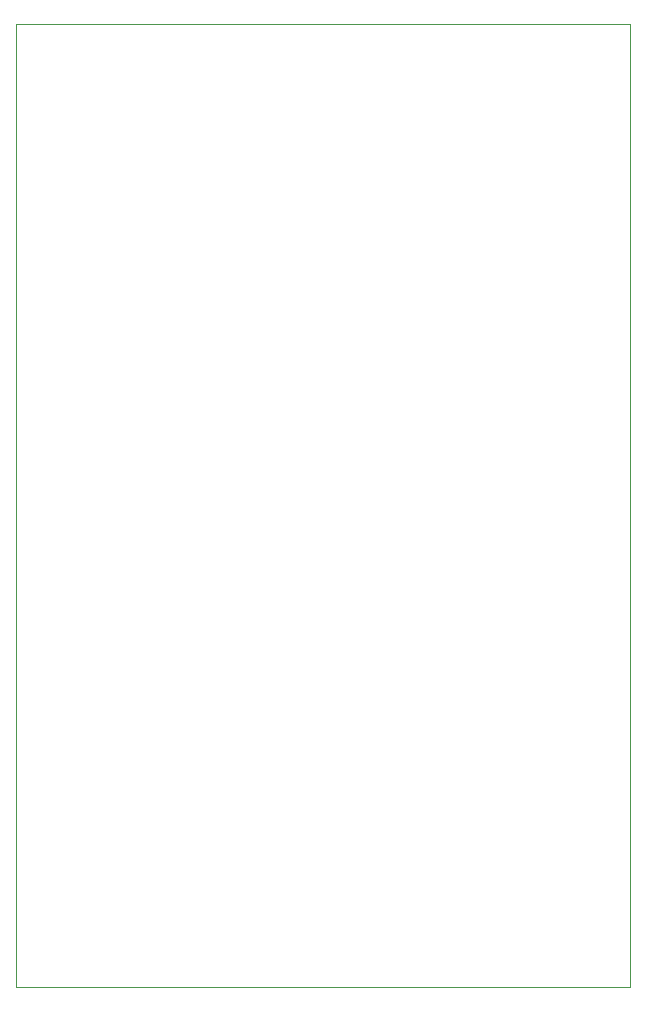
<source format=gm1>
G04 #@! TF.GenerationSoftware,KiCad,Pcbnew,8.0.0*
G04 #@! TF.CreationDate,2024-03-19T09:43:12-05:00*
G04 #@! TF.ProjectId,DesignESP32PCB,44657369-676e-4455-9350-33325043422e,rev?*
G04 #@! TF.SameCoordinates,Original*
G04 #@! TF.FileFunction,Profile,NP*
%FSLAX46Y46*%
G04 Gerber Fmt 4.6, Leading zero omitted, Abs format (unit mm)*
G04 Created by KiCad (PCBNEW 8.0.0) date 2024-03-19 09:43:12*
%MOMM*%
%LPD*%
G01*
G04 APERTURE LIST*
G04 #@! TA.AperFunction,Profile*
%ADD10C,0.100000*%
G04 #@! TD*
G04 APERTURE END LIST*
D10*
X91186000Y-44196000D02*
X143164800Y-44196000D01*
X143164800Y-125730000D01*
X91186000Y-125730000D01*
X91186000Y-44196000D01*
M02*

</source>
